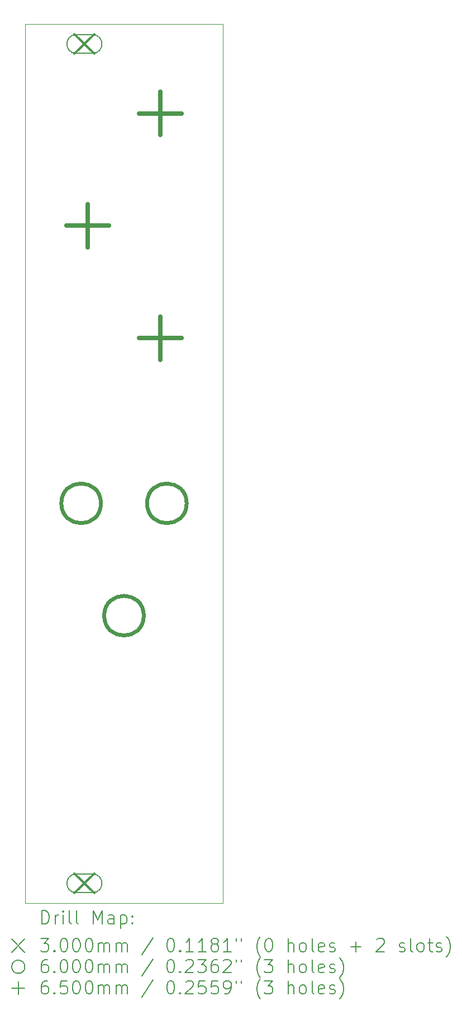
<source format=gbr>
%FSLAX45Y45*%
G04 Gerber Fmt 4.5, Leading zero omitted, Abs format (unit mm)*
G04 Created by KiCad (PCBNEW (6.0.0)) date 2022-02-07 21:38:09*
%MOMM*%
%LPD*%
G01*
G04 APERTURE LIST*
%TA.AperFunction,Profile*%
%ADD10C,0.050000*%
%TD*%
%ADD11C,0.200000*%
%ADD12C,0.300000*%
%ADD13C,0.600000*%
%ADD14C,0.650000*%
G04 APERTURE END LIST*
D10*
X6200000Y-15800000D02*
X6200000Y-15100000D01*
X9200000Y-15800000D02*
X6200000Y-15800000D01*
X9200000Y-2500000D02*
X9200000Y-15800000D01*
X6200000Y-2500000D02*
X9200000Y-2500000D01*
X6200000Y-2500000D02*
X6200000Y-15100000D01*
D11*
D12*
X6950000Y-2650000D02*
X7250000Y-2950000D01*
X7250000Y-2650000D02*
X6950000Y-2950000D01*
D11*
X6975000Y-2940000D02*
X7225000Y-2940000D01*
X6975000Y-2660000D02*
X7225000Y-2660000D01*
X7225000Y-2940000D02*
G75*
G03*
X7225000Y-2660000I0J140000D01*
G01*
X6975000Y-2660000D02*
G75*
G03*
X6975000Y-2940000I0J-140000D01*
G01*
D12*
X6950000Y-15350000D02*
X7250000Y-15650000D01*
X7250000Y-15350000D02*
X6950000Y-15650000D01*
D11*
X6975000Y-15640000D02*
X7225000Y-15640000D01*
X6975000Y-15360000D02*
X7225000Y-15360000D01*
X7225000Y-15640000D02*
G75*
G03*
X7225000Y-15360000I0J140000D01*
G01*
X6975000Y-15360000D02*
G75*
G03*
X6975000Y-15640000I0J-140000D01*
G01*
D13*
X7350000Y-9750000D02*
G75*
G03*
X7350000Y-9750000I-300000J0D01*
G01*
X8000000Y-11450000D02*
G75*
G03*
X8000000Y-11450000I-300000J0D01*
G01*
X8650000Y-9750000D02*
G75*
G03*
X8650000Y-9750000I-300000J0D01*
G01*
D14*
X7150000Y-5225000D02*
X7150000Y-5875000D01*
X6825000Y-5550000D02*
X7475000Y-5550000D01*
X8250000Y-3525000D02*
X8250000Y-4175000D01*
X7925000Y-3850000D02*
X8575000Y-3850000D01*
X8250000Y-6925000D02*
X8250000Y-7575000D01*
X7925000Y-7250000D02*
X8575000Y-7250000D01*
D11*
X6455119Y-16112976D02*
X6455119Y-15912976D01*
X6502738Y-15912976D01*
X6531309Y-15922500D01*
X6550357Y-15941548D01*
X6559881Y-15960595D01*
X6569405Y-15998690D01*
X6569405Y-16027262D01*
X6559881Y-16065357D01*
X6550357Y-16084405D01*
X6531309Y-16103452D01*
X6502738Y-16112976D01*
X6455119Y-16112976D01*
X6655119Y-16112976D02*
X6655119Y-15979643D01*
X6655119Y-16017738D02*
X6664643Y-15998690D01*
X6674166Y-15989167D01*
X6693214Y-15979643D01*
X6712262Y-15979643D01*
X6778928Y-16112976D02*
X6778928Y-15979643D01*
X6778928Y-15912976D02*
X6769405Y-15922500D01*
X6778928Y-15932024D01*
X6788452Y-15922500D01*
X6778928Y-15912976D01*
X6778928Y-15932024D01*
X6902738Y-16112976D02*
X6883690Y-16103452D01*
X6874166Y-16084405D01*
X6874166Y-15912976D01*
X7007500Y-16112976D02*
X6988452Y-16103452D01*
X6978928Y-16084405D01*
X6978928Y-15912976D01*
X7236071Y-16112976D02*
X7236071Y-15912976D01*
X7302738Y-16055833D01*
X7369405Y-15912976D01*
X7369405Y-16112976D01*
X7550357Y-16112976D02*
X7550357Y-16008214D01*
X7540833Y-15989167D01*
X7521786Y-15979643D01*
X7483690Y-15979643D01*
X7464643Y-15989167D01*
X7550357Y-16103452D02*
X7531309Y-16112976D01*
X7483690Y-16112976D01*
X7464643Y-16103452D01*
X7455119Y-16084405D01*
X7455119Y-16065357D01*
X7464643Y-16046309D01*
X7483690Y-16036786D01*
X7531309Y-16036786D01*
X7550357Y-16027262D01*
X7645595Y-15979643D02*
X7645595Y-16179643D01*
X7645595Y-15989167D02*
X7664643Y-15979643D01*
X7702738Y-15979643D01*
X7721786Y-15989167D01*
X7731309Y-15998690D01*
X7740833Y-16017738D01*
X7740833Y-16074881D01*
X7731309Y-16093928D01*
X7721786Y-16103452D01*
X7702738Y-16112976D01*
X7664643Y-16112976D01*
X7645595Y-16103452D01*
X7826547Y-16093928D02*
X7836071Y-16103452D01*
X7826547Y-16112976D01*
X7817024Y-16103452D01*
X7826547Y-16093928D01*
X7826547Y-16112976D01*
X7826547Y-15989167D02*
X7836071Y-15998690D01*
X7826547Y-16008214D01*
X7817024Y-15998690D01*
X7826547Y-15989167D01*
X7826547Y-16008214D01*
X5997500Y-16342500D02*
X6197500Y-16542500D01*
X6197500Y-16342500D02*
X5997500Y-16542500D01*
X6436071Y-16332976D02*
X6559881Y-16332976D01*
X6493214Y-16409167D01*
X6521786Y-16409167D01*
X6540833Y-16418690D01*
X6550357Y-16428214D01*
X6559881Y-16447262D01*
X6559881Y-16494881D01*
X6550357Y-16513928D01*
X6540833Y-16523452D01*
X6521786Y-16532976D01*
X6464643Y-16532976D01*
X6445595Y-16523452D01*
X6436071Y-16513928D01*
X6645595Y-16513928D02*
X6655119Y-16523452D01*
X6645595Y-16532976D01*
X6636071Y-16523452D01*
X6645595Y-16513928D01*
X6645595Y-16532976D01*
X6778928Y-16332976D02*
X6797976Y-16332976D01*
X6817024Y-16342500D01*
X6826547Y-16352024D01*
X6836071Y-16371071D01*
X6845595Y-16409167D01*
X6845595Y-16456786D01*
X6836071Y-16494881D01*
X6826547Y-16513928D01*
X6817024Y-16523452D01*
X6797976Y-16532976D01*
X6778928Y-16532976D01*
X6759881Y-16523452D01*
X6750357Y-16513928D01*
X6740833Y-16494881D01*
X6731309Y-16456786D01*
X6731309Y-16409167D01*
X6740833Y-16371071D01*
X6750357Y-16352024D01*
X6759881Y-16342500D01*
X6778928Y-16332976D01*
X6969405Y-16332976D02*
X6988452Y-16332976D01*
X7007500Y-16342500D01*
X7017024Y-16352024D01*
X7026547Y-16371071D01*
X7036071Y-16409167D01*
X7036071Y-16456786D01*
X7026547Y-16494881D01*
X7017024Y-16513928D01*
X7007500Y-16523452D01*
X6988452Y-16532976D01*
X6969405Y-16532976D01*
X6950357Y-16523452D01*
X6940833Y-16513928D01*
X6931309Y-16494881D01*
X6921786Y-16456786D01*
X6921786Y-16409167D01*
X6931309Y-16371071D01*
X6940833Y-16352024D01*
X6950357Y-16342500D01*
X6969405Y-16332976D01*
X7159881Y-16332976D02*
X7178928Y-16332976D01*
X7197976Y-16342500D01*
X7207500Y-16352024D01*
X7217024Y-16371071D01*
X7226547Y-16409167D01*
X7226547Y-16456786D01*
X7217024Y-16494881D01*
X7207500Y-16513928D01*
X7197976Y-16523452D01*
X7178928Y-16532976D01*
X7159881Y-16532976D01*
X7140833Y-16523452D01*
X7131309Y-16513928D01*
X7121786Y-16494881D01*
X7112262Y-16456786D01*
X7112262Y-16409167D01*
X7121786Y-16371071D01*
X7131309Y-16352024D01*
X7140833Y-16342500D01*
X7159881Y-16332976D01*
X7312262Y-16532976D02*
X7312262Y-16399643D01*
X7312262Y-16418690D02*
X7321786Y-16409167D01*
X7340833Y-16399643D01*
X7369405Y-16399643D01*
X7388452Y-16409167D01*
X7397976Y-16428214D01*
X7397976Y-16532976D01*
X7397976Y-16428214D02*
X7407500Y-16409167D01*
X7426547Y-16399643D01*
X7455119Y-16399643D01*
X7474166Y-16409167D01*
X7483690Y-16428214D01*
X7483690Y-16532976D01*
X7578928Y-16532976D02*
X7578928Y-16399643D01*
X7578928Y-16418690D02*
X7588452Y-16409167D01*
X7607500Y-16399643D01*
X7636071Y-16399643D01*
X7655119Y-16409167D01*
X7664643Y-16428214D01*
X7664643Y-16532976D01*
X7664643Y-16428214D02*
X7674166Y-16409167D01*
X7693214Y-16399643D01*
X7721786Y-16399643D01*
X7740833Y-16409167D01*
X7750357Y-16428214D01*
X7750357Y-16532976D01*
X8140833Y-16323452D02*
X7969405Y-16580595D01*
X8397976Y-16332976D02*
X8417024Y-16332976D01*
X8436071Y-16342500D01*
X8445595Y-16352024D01*
X8455119Y-16371071D01*
X8464643Y-16409167D01*
X8464643Y-16456786D01*
X8455119Y-16494881D01*
X8445595Y-16513928D01*
X8436071Y-16523452D01*
X8417024Y-16532976D01*
X8397976Y-16532976D01*
X8378928Y-16523452D01*
X8369405Y-16513928D01*
X8359881Y-16494881D01*
X8350357Y-16456786D01*
X8350357Y-16409167D01*
X8359881Y-16371071D01*
X8369405Y-16352024D01*
X8378928Y-16342500D01*
X8397976Y-16332976D01*
X8550357Y-16513928D02*
X8559881Y-16523452D01*
X8550357Y-16532976D01*
X8540833Y-16523452D01*
X8550357Y-16513928D01*
X8550357Y-16532976D01*
X8750357Y-16532976D02*
X8636071Y-16532976D01*
X8693214Y-16532976D02*
X8693214Y-16332976D01*
X8674167Y-16361548D01*
X8655119Y-16380595D01*
X8636071Y-16390119D01*
X8940833Y-16532976D02*
X8826548Y-16532976D01*
X8883690Y-16532976D02*
X8883690Y-16332976D01*
X8864643Y-16361548D01*
X8845595Y-16380595D01*
X8826548Y-16390119D01*
X9055119Y-16418690D02*
X9036071Y-16409167D01*
X9026548Y-16399643D01*
X9017024Y-16380595D01*
X9017024Y-16371071D01*
X9026548Y-16352024D01*
X9036071Y-16342500D01*
X9055119Y-16332976D01*
X9093214Y-16332976D01*
X9112262Y-16342500D01*
X9121786Y-16352024D01*
X9131309Y-16371071D01*
X9131309Y-16380595D01*
X9121786Y-16399643D01*
X9112262Y-16409167D01*
X9093214Y-16418690D01*
X9055119Y-16418690D01*
X9036071Y-16428214D01*
X9026548Y-16437738D01*
X9017024Y-16456786D01*
X9017024Y-16494881D01*
X9026548Y-16513928D01*
X9036071Y-16523452D01*
X9055119Y-16532976D01*
X9093214Y-16532976D01*
X9112262Y-16523452D01*
X9121786Y-16513928D01*
X9131309Y-16494881D01*
X9131309Y-16456786D01*
X9121786Y-16437738D01*
X9112262Y-16428214D01*
X9093214Y-16418690D01*
X9321786Y-16532976D02*
X9207500Y-16532976D01*
X9264643Y-16532976D02*
X9264643Y-16332976D01*
X9245595Y-16361548D01*
X9226548Y-16380595D01*
X9207500Y-16390119D01*
X9397976Y-16332976D02*
X9397976Y-16371071D01*
X9474167Y-16332976D02*
X9474167Y-16371071D01*
X9769405Y-16609167D02*
X9759881Y-16599643D01*
X9740833Y-16571071D01*
X9731309Y-16552024D01*
X9721786Y-16523452D01*
X9712262Y-16475833D01*
X9712262Y-16437738D01*
X9721786Y-16390119D01*
X9731309Y-16361548D01*
X9740833Y-16342500D01*
X9759881Y-16313928D01*
X9769405Y-16304405D01*
X9883690Y-16332976D02*
X9902738Y-16332976D01*
X9921786Y-16342500D01*
X9931309Y-16352024D01*
X9940833Y-16371071D01*
X9950357Y-16409167D01*
X9950357Y-16456786D01*
X9940833Y-16494881D01*
X9931309Y-16513928D01*
X9921786Y-16523452D01*
X9902738Y-16532976D01*
X9883690Y-16532976D01*
X9864643Y-16523452D01*
X9855119Y-16513928D01*
X9845595Y-16494881D01*
X9836071Y-16456786D01*
X9836071Y-16409167D01*
X9845595Y-16371071D01*
X9855119Y-16352024D01*
X9864643Y-16342500D01*
X9883690Y-16332976D01*
X10188452Y-16532976D02*
X10188452Y-16332976D01*
X10274167Y-16532976D02*
X10274167Y-16428214D01*
X10264643Y-16409167D01*
X10245595Y-16399643D01*
X10217024Y-16399643D01*
X10197976Y-16409167D01*
X10188452Y-16418690D01*
X10397976Y-16532976D02*
X10378928Y-16523452D01*
X10369405Y-16513928D01*
X10359881Y-16494881D01*
X10359881Y-16437738D01*
X10369405Y-16418690D01*
X10378928Y-16409167D01*
X10397976Y-16399643D01*
X10426548Y-16399643D01*
X10445595Y-16409167D01*
X10455119Y-16418690D01*
X10464643Y-16437738D01*
X10464643Y-16494881D01*
X10455119Y-16513928D01*
X10445595Y-16523452D01*
X10426548Y-16532976D01*
X10397976Y-16532976D01*
X10578928Y-16532976D02*
X10559881Y-16523452D01*
X10550357Y-16504405D01*
X10550357Y-16332976D01*
X10731309Y-16523452D02*
X10712262Y-16532976D01*
X10674167Y-16532976D01*
X10655119Y-16523452D01*
X10645595Y-16504405D01*
X10645595Y-16428214D01*
X10655119Y-16409167D01*
X10674167Y-16399643D01*
X10712262Y-16399643D01*
X10731309Y-16409167D01*
X10740833Y-16428214D01*
X10740833Y-16447262D01*
X10645595Y-16466309D01*
X10817024Y-16523452D02*
X10836071Y-16532976D01*
X10874167Y-16532976D01*
X10893214Y-16523452D01*
X10902738Y-16504405D01*
X10902738Y-16494881D01*
X10893214Y-16475833D01*
X10874167Y-16466309D01*
X10845595Y-16466309D01*
X10826548Y-16456786D01*
X10817024Y-16437738D01*
X10817024Y-16428214D01*
X10826548Y-16409167D01*
X10845595Y-16399643D01*
X10874167Y-16399643D01*
X10893214Y-16409167D01*
X11140833Y-16456786D02*
X11293214Y-16456786D01*
X11217024Y-16532976D02*
X11217024Y-16380595D01*
X11531309Y-16352024D02*
X11540833Y-16342500D01*
X11559881Y-16332976D01*
X11607500Y-16332976D01*
X11626547Y-16342500D01*
X11636071Y-16352024D01*
X11645595Y-16371071D01*
X11645595Y-16390119D01*
X11636071Y-16418690D01*
X11521786Y-16532976D01*
X11645595Y-16532976D01*
X11874166Y-16523452D02*
X11893214Y-16532976D01*
X11931309Y-16532976D01*
X11950357Y-16523452D01*
X11959881Y-16504405D01*
X11959881Y-16494881D01*
X11950357Y-16475833D01*
X11931309Y-16466309D01*
X11902738Y-16466309D01*
X11883690Y-16456786D01*
X11874166Y-16437738D01*
X11874166Y-16428214D01*
X11883690Y-16409167D01*
X11902738Y-16399643D01*
X11931309Y-16399643D01*
X11950357Y-16409167D01*
X12074166Y-16532976D02*
X12055119Y-16523452D01*
X12045595Y-16504405D01*
X12045595Y-16332976D01*
X12178928Y-16532976D02*
X12159881Y-16523452D01*
X12150357Y-16513928D01*
X12140833Y-16494881D01*
X12140833Y-16437738D01*
X12150357Y-16418690D01*
X12159881Y-16409167D01*
X12178928Y-16399643D01*
X12207500Y-16399643D01*
X12226547Y-16409167D01*
X12236071Y-16418690D01*
X12245595Y-16437738D01*
X12245595Y-16494881D01*
X12236071Y-16513928D01*
X12226547Y-16523452D01*
X12207500Y-16532976D01*
X12178928Y-16532976D01*
X12302738Y-16399643D02*
X12378928Y-16399643D01*
X12331309Y-16332976D02*
X12331309Y-16504405D01*
X12340833Y-16523452D01*
X12359881Y-16532976D01*
X12378928Y-16532976D01*
X12436071Y-16523452D02*
X12455119Y-16532976D01*
X12493214Y-16532976D01*
X12512262Y-16523452D01*
X12521786Y-16504405D01*
X12521786Y-16494881D01*
X12512262Y-16475833D01*
X12493214Y-16466309D01*
X12464643Y-16466309D01*
X12445595Y-16456786D01*
X12436071Y-16437738D01*
X12436071Y-16428214D01*
X12445595Y-16409167D01*
X12464643Y-16399643D01*
X12493214Y-16399643D01*
X12512262Y-16409167D01*
X12588452Y-16609167D02*
X12597976Y-16599643D01*
X12617024Y-16571071D01*
X12626547Y-16552024D01*
X12636071Y-16523452D01*
X12645595Y-16475833D01*
X12645595Y-16437738D01*
X12636071Y-16390119D01*
X12626547Y-16361548D01*
X12617024Y-16342500D01*
X12597976Y-16313928D01*
X12588452Y-16304405D01*
X6197500Y-16762500D02*
G75*
G03*
X6197500Y-16762500I-100000J0D01*
G01*
X6540833Y-16652976D02*
X6502738Y-16652976D01*
X6483690Y-16662500D01*
X6474166Y-16672024D01*
X6455119Y-16700595D01*
X6445595Y-16738690D01*
X6445595Y-16814881D01*
X6455119Y-16833929D01*
X6464643Y-16843452D01*
X6483690Y-16852976D01*
X6521786Y-16852976D01*
X6540833Y-16843452D01*
X6550357Y-16833929D01*
X6559881Y-16814881D01*
X6559881Y-16767262D01*
X6550357Y-16748214D01*
X6540833Y-16738690D01*
X6521786Y-16729167D01*
X6483690Y-16729167D01*
X6464643Y-16738690D01*
X6455119Y-16748214D01*
X6445595Y-16767262D01*
X6645595Y-16833929D02*
X6655119Y-16843452D01*
X6645595Y-16852976D01*
X6636071Y-16843452D01*
X6645595Y-16833929D01*
X6645595Y-16852976D01*
X6778928Y-16652976D02*
X6797976Y-16652976D01*
X6817024Y-16662500D01*
X6826547Y-16672024D01*
X6836071Y-16691071D01*
X6845595Y-16729167D01*
X6845595Y-16776786D01*
X6836071Y-16814881D01*
X6826547Y-16833929D01*
X6817024Y-16843452D01*
X6797976Y-16852976D01*
X6778928Y-16852976D01*
X6759881Y-16843452D01*
X6750357Y-16833929D01*
X6740833Y-16814881D01*
X6731309Y-16776786D01*
X6731309Y-16729167D01*
X6740833Y-16691071D01*
X6750357Y-16672024D01*
X6759881Y-16662500D01*
X6778928Y-16652976D01*
X6969405Y-16652976D02*
X6988452Y-16652976D01*
X7007500Y-16662500D01*
X7017024Y-16672024D01*
X7026547Y-16691071D01*
X7036071Y-16729167D01*
X7036071Y-16776786D01*
X7026547Y-16814881D01*
X7017024Y-16833929D01*
X7007500Y-16843452D01*
X6988452Y-16852976D01*
X6969405Y-16852976D01*
X6950357Y-16843452D01*
X6940833Y-16833929D01*
X6931309Y-16814881D01*
X6921786Y-16776786D01*
X6921786Y-16729167D01*
X6931309Y-16691071D01*
X6940833Y-16672024D01*
X6950357Y-16662500D01*
X6969405Y-16652976D01*
X7159881Y-16652976D02*
X7178928Y-16652976D01*
X7197976Y-16662500D01*
X7207500Y-16672024D01*
X7217024Y-16691071D01*
X7226547Y-16729167D01*
X7226547Y-16776786D01*
X7217024Y-16814881D01*
X7207500Y-16833929D01*
X7197976Y-16843452D01*
X7178928Y-16852976D01*
X7159881Y-16852976D01*
X7140833Y-16843452D01*
X7131309Y-16833929D01*
X7121786Y-16814881D01*
X7112262Y-16776786D01*
X7112262Y-16729167D01*
X7121786Y-16691071D01*
X7131309Y-16672024D01*
X7140833Y-16662500D01*
X7159881Y-16652976D01*
X7312262Y-16852976D02*
X7312262Y-16719643D01*
X7312262Y-16738690D02*
X7321786Y-16729167D01*
X7340833Y-16719643D01*
X7369405Y-16719643D01*
X7388452Y-16729167D01*
X7397976Y-16748214D01*
X7397976Y-16852976D01*
X7397976Y-16748214D02*
X7407500Y-16729167D01*
X7426547Y-16719643D01*
X7455119Y-16719643D01*
X7474166Y-16729167D01*
X7483690Y-16748214D01*
X7483690Y-16852976D01*
X7578928Y-16852976D02*
X7578928Y-16719643D01*
X7578928Y-16738690D02*
X7588452Y-16729167D01*
X7607500Y-16719643D01*
X7636071Y-16719643D01*
X7655119Y-16729167D01*
X7664643Y-16748214D01*
X7664643Y-16852976D01*
X7664643Y-16748214D02*
X7674166Y-16729167D01*
X7693214Y-16719643D01*
X7721786Y-16719643D01*
X7740833Y-16729167D01*
X7750357Y-16748214D01*
X7750357Y-16852976D01*
X8140833Y-16643452D02*
X7969405Y-16900595D01*
X8397976Y-16652976D02*
X8417024Y-16652976D01*
X8436071Y-16662500D01*
X8445595Y-16672024D01*
X8455119Y-16691071D01*
X8464643Y-16729167D01*
X8464643Y-16776786D01*
X8455119Y-16814881D01*
X8445595Y-16833929D01*
X8436071Y-16843452D01*
X8417024Y-16852976D01*
X8397976Y-16852976D01*
X8378928Y-16843452D01*
X8369405Y-16833929D01*
X8359881Y-16814881D01*
X8350357Y-16776786D01*
X8350357Y-16729167D01*
X8359881Y-16691071D01*
X8369405Y-16672024D01*
X8378928Y-16662500D01*
X8397976Y-16652976D01*
X8550357Y-16833929D02*
X8559881Y-16843452D01*
X8550357Y-16852976D01*
X8540833Y-16843452D01*
X8550357Y-16833929D01*
X8550357Y-16852976D01*
X8636071Y-16672024D02*
X8645595Y-16662500D01*
X8664643Y-16652976D01*
X8712262Y-16652976D01*
X8731309Y-16662500D01*
X8740833Y-16672024D01*
X8750357Y-16691071D01*
X8750357Y-16710119D01*
X8740833Y-16738690D01*
X8626548Y-16852976D01*
X8750357Y-16852976D01*
X8817024Y-16652976D02*
X8940833Y-16652976D01*
X8874167Y-16729167D01*
X8902738Y-16729167D01*
X8921786Y-16738690D01*
X8931309Y-16748214D01*
X8940833Y-16767262D01*
X8940833Y-16814881D01*
X8931309Y-16833929D01*
X8921786Y-16843452D01*
X8902738Y-16852976D01*
X8845595Y-16852976D01*
X8826548Y-16843452D01*
X8817024Y-16833929D01*
X9112262Y-16652976D02*
X9074167Y-16652976D01*
X9055119Y-16662500D01*
X9045595Y-16672024D01*
X9026548Y-16700595D01*
X9017024Y-16738690D01*
X9017024Y-16814881D01*
X9026548Y-16833929D01*
X9036071Y-16843452D01*
X9055119Y-16852976D01*
X9093214Y-16852976D01*
X9112262Y-16843452D01*
X9121786Y-16833929D01*
X9131309Y-16814881D01*
X9131309Y-16767262D01*
X9121786Y-16748214D01*
X9112262Y-16738690D01*
X9093214Y-16729167D01*
X9055119Y-16729167D01*
X9036071Y-16738690D01*
X9026548Y-16748214D01*
X9017024Y-16767262D01*
X9207500Y-16672024D02*
X9217024Y-16662500D01*
X9236071Y-16652976D01*
X9283690Y-16652976D01*
X9302738Y-16662500D01*
X9312262Y-16672024D01*
X9321786Y-16691071D01*
X9321786Y-16710119D01*
X9312262Y-16738690D01*
X9197976Y-16852976D01*
X9321786Y-16852976D01*
X9397976Y-16652976D02*
X9397976Y-16691071D01*
X9474167Y-16652976D02*
X9474167Y-16691071D01*
X9769405Y-16929167D02*
X9759881Y-16919643D01*
X9740833Y-16891071D01*
X9731309Y-16872024D01*
X9721786Y-16843452D01*
X9712262Y-16795833D01*
X9712262Y-16757738D01*
X9721786Y-16710119D01*
X9731309Y-16681548D01*
X9740833Y-16662500D01*
X9759881Y-16633928D01*
X9769405Y-16624405D01*
X9826548Y-16652976D02*
X9950357Y-16652976D01*
X9883690Y-16729167D01*
X9912262Y-16729167D01*
X9931309Y-16738690D01*
X9940833Y-16748214D01*
X9950357Y-16767262D01*
X9950357Y-16814881D01*
X9940833Y-16833929D01*
X9931309Y-16843452D01*
X9912262Y-16852976D01*
X9855119Y-16852976D01*
X9836071Y-16843452D01*
X9826548Y-16833929D01*
X10188452Y-16852976D02*
X10188452Y-16652976D01*
X10274167Y-16852976D02*
X10274167Y-16748214D01*
X10264643Y-16729167D01*
X10245595Y-16719643D01*
X10217024Y-16719643D01*
X10197976Y-16729167D01*
X10188452Y-16738690D01*
X10397976Y-16852976D02*
X10378928Y-16843452D01*
X10369405Y-16833929D01*
X10359881Y-16814881D01*
X10359881Y-16757738D01*
X10369405Y-16738690D01*
X10378928Y-16729167D01*
X10397976Y-16719643D01*
X10426548Y-16719643D01*
X10445595Y-16729167D01*
X10455119Y-16738690D01*
X10464643Y-16757738D01*
X10464643Y-16814881D01*
X10455119Y-16833929D01*
X10445595Y-16843452D01*
X10426548Y-16852976D01*
X10397976Y-16852976D01*
X10578928Y-16852976D02*
X10559881Y-16843452D01*
X10550357Y-16824405D01*
X10550357Y-16652976D01*
X10731309Y-16843452D02*
X10712262Y-16852976D01*
X10674167Y-16852976D01*
X10655119Y-16843452D01*
X10645595Y-16824405D01*
X10645595Y-16748214D01*
X10655119Y-16729167D01*
X10674167Y-16719643D01*
X10712262Y-16719643D01*
X10731309Y-16729167D01*
X10740833Y-16748214D01*
X10740833Y-16767262D01*
X10645595Y-16786310D01*
X10817024Y-16843452D02*
X10836071Y-16852976D01*
X10874167Y-16852976D01*
X10893214Y-16843452D01*
X10902738Y-16824405D01*
X10902738Y-16814881D01*
X10893214Y-16795833D01*
X10874167Y-16786310D01*
X10845595Y-16786310D01*
X10826548Y-16776786D01*
X10817024Y-16757738D01*
X10817024Y-16748214D01*
X10826548Y-16729167D01*
X10845595Y-16719643D01*
X10874167Y-16719643D01*
X10893214Y-16729167D01*
X10969405Y-16929167D02*
X10978928Y-16919643D01*
X10997976Y-16891071D01*
X11007500Y-16872024D01*
X11017024Y-16843452D01*
X11026548Y-16795833D01*
X11026548Y-16757738D01*
X11017024Y-16710119D01*
X11007500Y-16681548D01*
X10997976Y-16662500D01*
X10978928Y-16633928D01*
X10969405Y-16624405D01*
X6097500Y-16982500D02*
X6097500Y-17182500D01*
X5997500Y-17082500D02*
X6197500Y-17082500D01*
X6540833Y-16972976D02*
X6502738Y-16972976D01*
X6483690Y-16982500D01*
X6474166Y-16992024D01*
X6455119Y-17020595D01*
X6445595Y-17058690D01*
X6445595Y-17134881D01*
X6455119Y-17153929D01*
X6464643Y-17163452D01*
X6483690Y-17172976D01*
X6521786Y-17172976D01*
X6540833Y-17163452D01*
X6550357Y-17153929D01*
X6559881Y-17134881D01*
X6559881Y-17087262D01*
X6550357Y-17068214D01*
X6540833Y-17058690D01*
X6521786Y-17049167D01*
X6483690Y-17049167D01*
X6464643Y-17058690D01*
X6455119Y-17068214D01*
X6445595Y-17087262D01*
X6645595Y-17153929D02*
X6655119Y-17163452D01*
X6645595Y-17172976D01*
X6636071Y-17163452D01*
X6645595Y-17153929D01*
X6645595Y-17172976D01*
X6836071Y-16972976D02*
X6740833Y-16972976D01*
X6731309Y-17068214D01*
X6740833Y-17058690D01*
X6759881Y-17049167D01*
X6807500Y-17049167D01*
X6826547Y-17058690D01*
X6836071Y-17068214D01*
X6845595Y-17087262D01*
X6845595Y-17134881D01*
X6836071Y-17153929D01*
X6826547Y-17163452D01*
X6807500Y-17172976D01*
X6759881Y-17172976D01*
X6740833Y-17163452D01*
X6731309Y-17153929D01*
X6969405Y-16972976D02*
X6988452Y-16972976D01*
X7007500Y-16982500D01*
X7017024Y-16992024D01*
X7026547Y-17011071D01*
X7036071Y-17049167D01*
X7036071Y-17096786D01*
X7026547Y-17134881D01*
X7017024Y-17153929D01*
X7007500Y-17163452D01*
X6988452Y-17172976D01*
X6969405Y-17172976D01*
X6950357Y-17163452D01*
X6940833Y-17153929D01*
X6931309Y-17134881D01*
X6921786Y-17096786D01*
X6921786Y-17049167D01*
X6931309Y-17011071D01*
X6940833Y-16992024D01*
X6950357Y-16982500D01*
X6969405Y-16972976D01*
X7159881Y-16972976D02*
X7178928Y-16972976D01*
X7197976Y-16982500D01*
X7207500Y-16992024D01*
X7217024Y-17011071D01*
X7226547Y-17049167D01*
X7226547Y-17096786D01*
X7217024Y-17134881D01*
X7207500Y-17153929D01*
X7197976Y-17163452D01*
X7178928Y-17172976D01*
X7159881Y-17172976D01*
X7140833Y-17163452D01*
X7131309Y-17153929D01*
X7121786Y-17134881D01*
X7112262Y-17096786D01*
X7112262Y-17049167D01*
X7121786Y-17011071D01*
X7131309Y-16992024D01*
X7140833Y-16982500D01*
X7159881Y-16972976D01*
X7312262Y-17172976D02*
X7312262Y-17039643D01*
X7312262Y-17058690D02*
X7321786Y-17049167D01*
X7340833Y-17039643D01*
X7369405Y-17039643D01*
X7388452Y-17049167D01*
X7397976Y-17068214D01*
X7397976Y-17172976D01*
X7397976Y-17068214D02*
X7407500Y-17049167D01*
X7426547Y-17039643D01*
X7455119Y-17039643D01*
X7474166Y-17049167D01*
X7483690Y-17068214D01*
X7483690Y-17172976D01*
X7578928Y-17172976D02*
X7578928Y-17039643D01*
X7578928Y-17058690D02*
X7588452Y-17049167D01*
X7607500Y-17039643D01*
X7636071Y-17039643D01*
X7655119Y-17049167D01*
X7664643Y-17068214D01*
X7664643Y-17172976D01*
X7664643Y-17068214D02*
X7674166Y-17049167D01*
X7693214Y-17039643D01*
X7721786Y-17039643D01*
X7740833Y-17049167D01*
X7750357Y-17068214D01*
X7750357Y-17172976D01*
X8140833Y-16963452D02*
X7969405Y-17220595D01*
X8397976Y-16972976D02*
X8417024Y-16972976D01*
X8436071Y-16982500D01*
X8445595Y-16992024D01*
X8455119Y-17011071D01*
X8464643Y-17049167D01*
X8464643Y-17096786D01*
X8455119Y-17134881D01*
X8445595Y-17153929D01*
X8436071Y-17163452D01*
X8417024Y-17172976D01*
X8397976Y-17172976D01*
X8378928Y-17163452D01*
X8369405Y-17153929D01*
X8359881Y-17134881D01*
X8350357Y-17096786D01*
X8350357Y-17049167D01*
X8359881Y-17011071D01*
X8369405Y-16992024D01*
X8378928Y-16982500D01*
X8397976Y-16972976D01*
X8550357Y-17153929D02*
X8559881Y-17163452D01*
X8550357Y-17172976D01*
X8540833Y-17163452D01*
X8550357Y-17153929D01*
X8550357Y-17172976D01*
X8636071Y-16992024D02*
X8645595Y-16982500D01*
X8664643Y-16972976D01*
X8712262Y-16972976D01*
X8731309Y-16982500D01*
X8740833Y-16992024D01*
X8750357Y-17011071D01*
X8750357Y-17030119D01*
X8740833Y-17058690D01*
X8626548Y-17172976D01*
X8750357Y-17172976D01*
X8931309Y-16972976D02*
X8836071Y-16972976D01*
X8826548Y-17068214D01*
X8836071Y-17058690D01*
X8855119Y-17049167D01*
X8902738Y-17049167D01*
X8921786Y-17058690D01*
X8931309Y-17068214D01*
X8940833Y-17087262D01*
X8940833Y-17134881D01*
X8931309Y-17153929D01*
X8921786Y-17163452D01*
X8902738Y-17172976D01*
X8855119Y-17172976D01*
X8836071Y-17163452D01*
X8826548Y-17153929D01*
X9121786Y-16972976D02*
X9026548Y-16972976D01*
X9017024Y-17068214D01*
X9026548Y-17058690D01*
X9045595Y-17049167D01*
X9093214Y-17049167D01*
X9112262Y-17058690D01*
X9121786Y-17068214D01*
X9131309Y-17087262D01*
X9131309Y-17134881D01*
X9121786Y-17153929D01*
X9112262Y-17163452D01*
X9093214Y-17172976D01*
X9045595Y-17172976D01*
X9026548Y-17163452D01*
X9017024Y-17153929D01*
X9226548Y-17172976D02*
X9264643Y-17172976D01*
X9283690Y-17163452D01*
X9293214Y-17153929D01*
X9312262Y-17125357D01*
X9321786Y-17087262D01*
X9321786Y-17011071D01*
X9312262Y-16992024D01*
X9302738Y-16982500D01*
X9283690Y-16972976D01*
X9245595Y-16972976D01*
X9226548Y-16982500D01*
X9217024Y-16992024D01*
X9207500Y-17011071D01*
X9207500Y-17058690D01*
X9217024Y-17077738D01*
X9226548Y-17087262D01*
X9245595Y-17096786D01*
X9283690Y-17096786D01*
X9302738Y-17087262D01*
X9312262Y-17077738D01*
X9321786Y-17058690D01*
X9397976Y-16972976D02*
X9397976Y-17011071D01*
X9474167Y-16972976D02*
X9474167Y-17011071D01*
X9769405Y-17249167D02*
X9759881Y-17239643D01*
X9740833Y-17211071D01*
X9731309Y-17192024D01*
X9721786Y-17163452D01*
X9712262Y-17115833D01*
X9712262Y-17077738D01*
X9721786Y-17030119D01*
X9731309Y-17001548D01*
X9740833Y-16982500D01*
X9759881Y-16953929D01*
X9769405Y-16944405D01*
X9826548Y-16972976D02*
X9950357Y-16972976D01*
X9883690Y-17049167D01*
X9912262Y-17049167D01*
X9931309Y-17058690D01*
X9940833Y-17068214D01*
X9950357Y-17087262D01*
X9950357Y-17134881D01*
X9940833Y-17153929D01*
X9931309Y-17163452D01*
X9912262Y-17172976D01*
X9855119Y-17172976D01*
X9836071Y-17163452D01*
X9826548Y-17153929D01*
X10188452Y-17172976D02*
X10188452Y-16972976D01*
X10274167Y-17172976D02*
X10274167Y-17068214D01*
X10264643Y-17049167D01*
X10245595Y-17039643D01*
X10217024Y-17039643D01*
X10197976Y-17049167D01*
X10188452Y-17058690D01*
X10397976Y-17172976D02*
X10378928Y-17163452D01*
X10369405Y-17153929D01*
X10359881Y-17134881D01*
X10359881Y-17077738D01*
X10369405Y-17058690D01*
X10378928Y-17049167D01*
X10397976Y-17039643D01*
X10426548Y-17039643D01*
X10445595Y-17049167D01*
X10455119Y-17058690D01*
X10464643Y-17077738D01*
X10464643Y-17134881D01*
X10455119Y-17153929D01*
X10445595Y-17163452D01*
X10426548Y-17172976D01*
X10397976Y-17172976D01*
X10578928Y-17172976D02*
X10559881Y-17163452D01*
X10550357Y-17144405D01*
X10550357Y-16972976D01*
X10731309Y-17163452D02*
X10712262Y-17172976D01*
X10674167Y-17172976D01*
X10655119Y-17163452D01*
X10645595Y-17144405D01*
X10645595Y-17068214D01*
X10655119Y-17049167D01*
X10674167Y-17039643D01*
X10712262Y-17039643D01*
X10731309Y-17049167D01*
X10740833Y-17068214D01*
X10740833Y-17087262D01*
X10645595Y-17106310D01*
X10817024Y-17163452D02*
X10836071Y-17172976D01*
X10874167Y-17172976D01*
X10893214Y-17163452D01*
X10902738Y-17144405D01*
X10902738Y-17134881D01*
X10893214Y-17115833D01*
X10874167Y-17106310D01*
X10845595Y-17106310D01*
X10826548Y-17096786D01*
X10817024Y-17077738D01*
X10817024Y-17068214D01*
X10826548Y-17049167D01*
X10845595Y-17039643D01*
X10874167Y-17039643D01*
X10893214Y-17049167D01*
X10969405Y-17249167D02*
X10978928Y-17239643D01*
X10997976Y-17211071D01*
X11007500Y-17192024D01*
X11017024Y-17163452D01*
X11026548Y-17115833D01*
X11026548Y-17077738D01*
X11017024Y-17030119D01*
X11007500Y-17001548D01*
X10997976Y-16982500D01*
X10978928Y-16953929D01*
X10969405Y-16944405D01*
M02*

</source>
